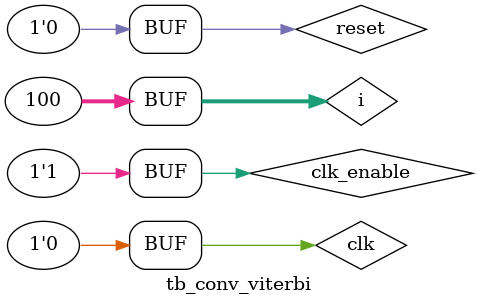
<source format=v>
`timescale 1 ns / 1 ns
module tb_conv_viterbi();
reg clk;
reg reset;
//reg In;
wire [31:0] encoded;
//wire Out;
reg clk_enable;
integer i;
wire [15:0] In;
wire [15:0] Out;
/*
 Viterbi_Decoder_Subsystem u_Viterbi_Decoder_Subsystem (.clk(clk),
                                                         .reset(reset),
                                                         .clk_enable(clk_enable),
                                                         .In(In),
                                                         .ce_out(ce_out),
                                                         .Out(Out)
                                                         );


  CE u_CE (.clk(clk),
           .reset(reset),
           .enb(clk_enable),
           .CE_in(In),
           .CE_out_0(encoded[0]),  // boolean
           .CE_out_1(encoded[1])  // boolean
           );

  Viterbi_Decoder1 u_Viterbi_Decoder1 (.clk(clk),
                                       .reset(reset),
                                       .enb(clk_enable),
                                       .Viterbi_Decoder1_in_0(encoded[0]),  // boolean
                                       .Viterbi_Decoder1_in_1(encoded[1]),  // boolean
                                       .decoded(Out)
                                       );
*/


noise_generator2 noise(.clk(clk),
		.enable(clk_enable),
		.reset(reset),
		.Q(In));


convolution_top convolution(.clk(clk),
				.reset(reset),
				.clk_enable(clk_enable),
				.In(In),
				.encoded(encoded));

viterbi_top viterbi(.clk(clk),
			.reset(reset),
			.clk_enable(clk_enable),
			.encoded(encoded),
			.Out(Out)); 


task clock;
    begin
        clk = 1'b1;
        #1;
        clk = 1'b0;
        #1;
    end
endtask

initial begin
reset = 1'b1;
clk_enable = 1'b1;
clock;
clock;
reset = 1'b0;
clock;

for(i = 0; i < 100; i = i + 1) begin
	clock;
end


end


endmodule

</source>
